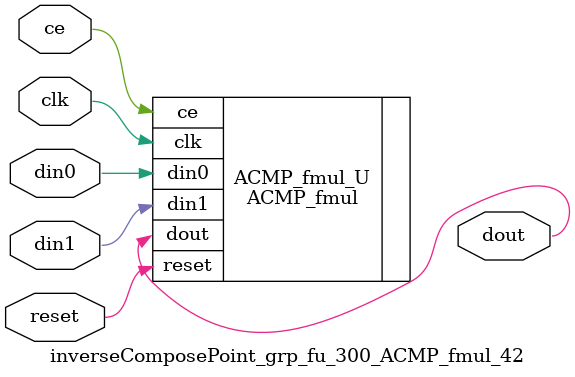
<source format=v>

`timescale 1 ns / 1 ps
module inverseComposePoint_grp_fu_300_ACMP_fmul_42(
    clk,
    reset,
    ce,
    din0,
    din1,
    dout);

parameter ID = 32'd1;
parameter NUM_STAGE = 32'd1;
parameter din0_WIDTH = 32'd1;
parameter din1_WIDTH = 32'd1;
parameter dout_WIDTH = 32'd1;
input clk;
input reset;
input ce;
input[din0_WIDTH - 1:0] din0;
input[din1_WIDTH - 1:0] din1;
output[dout_WIDTH - 1:0] dout;



ACMP_fmul #(
.ID( ID ),
.NUM_STAGE( 4 ),
.din0_WIDTH( din0_WIDTH ),
.din1_WIDTH( din1_WIDTH ),
.dout_WIDTH( dout_WIDTH ))
ACMP_fmul_U(
    .clk( clk ),
    .reset( reset ),
    .ce( ce ),
    .din0( din0 ),
    .din1( din1 ),
    .dout( dout ));

endmodule

</source>
